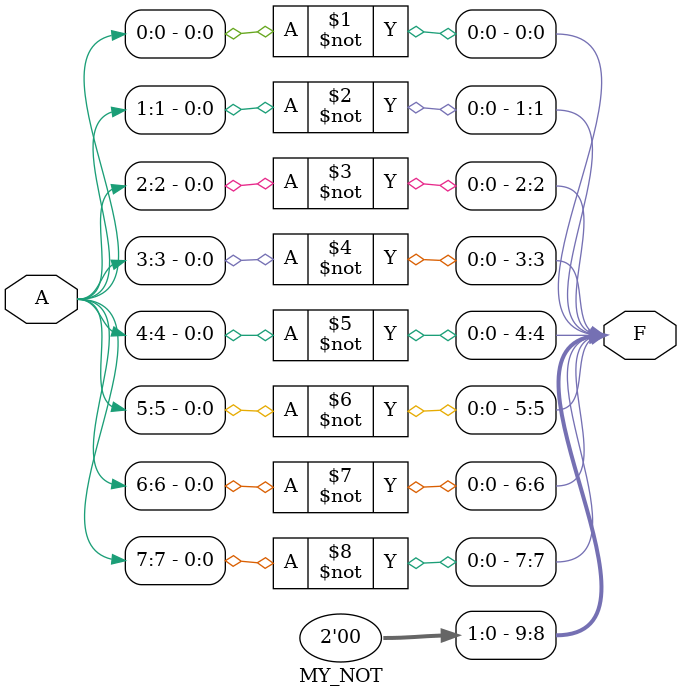
<source format=v>

module LOGIC(NUMBER, OP, F);
	input [7:0] NUMBER;
	input [1:0] OP;
	output [9:0] F;
	wire [39:0] W;
	
	MY_AND A1(NUMBER[7:4],NUMBER[3:0],W[39:30]);
	MY_OR O1(NUMBER[7:4],NUMBER[3:0],W[29:20]);
	MY_EXOR E1(NUMBER[7:4],NUMBER[3:0],W[19:10]);
	MY_NOT N1(NUMBER[7:0],W[9:0]);
	
	
	//AND FOR 00, OR FOR 01, XOR FOR 10, NOT FOR 11
	assign F[0] = (~OP[0]&~OP[1]&W[30])|(OP[0]&~OP[1]&W[20])|(~OP[0]&OP[1]&W[10])|(OP[0]&OP[1]&W[0]);
	assign F[1] = (~OP[0]&~OP[1]&W[31])|(OP[0]&~OP[1]&W[21])|(~OP[0]&OP[1]&W[11])|(OP[0]&OP[1]&W[1]);
	assign F[2] = (~OP[0]&~OP[1]&W[32])|(OP[0]&~OP[1]&W[22])|(~OP[0]&OP[1]&W[12])|(OP[0]&OP[1]&W[2]);
	assign F[3] = (~OP[0]&~OP[1]&W[33])|(OP[0]&~OP[1]&W[23])|(~OP[0]&OP[1]&W[13])|(OP[0]&OP[1]&W[3]);
	assign F[4] = (~OP[0]&~OP[1]&W[34])|(OP[0]&~OP[1]&W[24])|(~OP[0]&OP[1]&W[14])|(OP[0]&OP[1]&W[4]);
	assign F[5] = (~OP[0]&~OP[1]&W[35])|(OP[0]&~OP[1]&W[25])|(~OP[0]&OP[1]&W[15])|(OP[0]&OP[1]&W[5]);
	assign F[6] = (~OP[0]&~OP[1]&W[36])|(OP[0]&~OP[1]&W[26])|(~OP[0]&OP[1]&W[16])|(OP[0]&OP[1]&W[6]);
	assign F[7] = (~OP[0]&~OP[1]&W[37])|(OP[0]&~OP[1]&W[27])|(~OP[0]&OP[1]&W[17])|(OP[0]&OP[1]&W[7]);
	assign F[8] = (~OP[0]&~OP[1]&W[38])|(OP[0]&~OP[1]&W[28])|(~OP[0]&OP[1]&W[18])|(OP[0]&OP[1]&W[8]);
	assign F[9] = (~OP[0]&~OP[1]&W[39])|(OP[0]&~OP[1]&W[29])|(~OP[0]&OP[1]&W[19])|(OP[0]&OP[1]&W[9]);
endmodule
			
/*Take two 4 bit inputs and output ANDed 
 *4bits and 6 leading zeroes*/
module MY_AND(A,B,F);
	input [3:0] A,B;
	output [9:0] F;
	
	assign F[0] = A[0] & B[0];
	assign F[1] = A[1] & B[1];
	assign F[2] = A[2] & B[2];
	assign F[3] = A[3] & B[3];
	assign F[9:4] = 6'b000000;
endmodule

module MY_OR(A,B,F);
	input [3:0] A,B;
	output [9:0] F;
	
	assign F[0] = A[0]|B[0];
	assign F[1] = A[1]|B[1];
	assign F[2] = A[2]|B[2];
	assign F[3] = A[3]|B[3];
	assign F[9:4] = 6'b000000;
endmodule

module MY_EXOR(A,B,F);
	input [3:0] A,B;
	output [9:0] F;
	
	assign F[0] = A[0]^B[0];
	assign F[1] = A[1]^B[1];
	assign F[2] = A[2]^B[2];
	assign F[3] = A[3]^B[3];
	assign F[9:4] = 6'b000000;
endmodule

module MY_NOT(A,F);
	input [7:0] A;
	output [9:0] F;
	
	assign F[0] = ~A[0];
	assign F[1] = ~A[1];
	assign F[2] = ~A[2];
	assign F[3] = ~A[3];
	assign F[4] = ~A[4];
	assign F[5] = ~A[5];
	assign F[6] = ~A[6];
	assign F[7] = ~A[7];
	assign F[8] = 0;
	assign F[9] = 0;
endmodule

</source>
